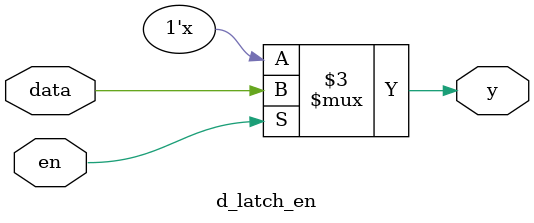
<source format=v>
module d_latch_en(data, en, y);
    input data, en;
    output y;
    reg y;
always @(data or en)
    if(en)
        y = data;
endmodule
</source>
